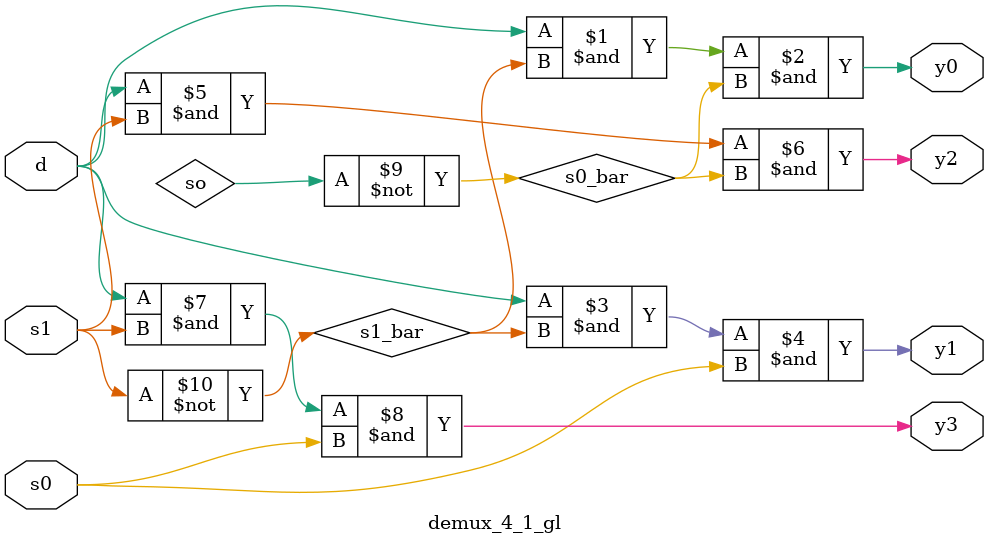
<source format=v>
module demux_4_1_gl(
input d, 
input s0, s1,
output y0, y1, y2,y3);
wire so_bar, s1_bar;

not (s0_bar, so);
not (s1_bar,s1);

and (y0, d, s1_bar, s0_bar);
and (y1, d, s1_bar, s0);
and (y2, d, s1, s0_bar);
and (y3, d, s1,s0);
endmodule

</source>
